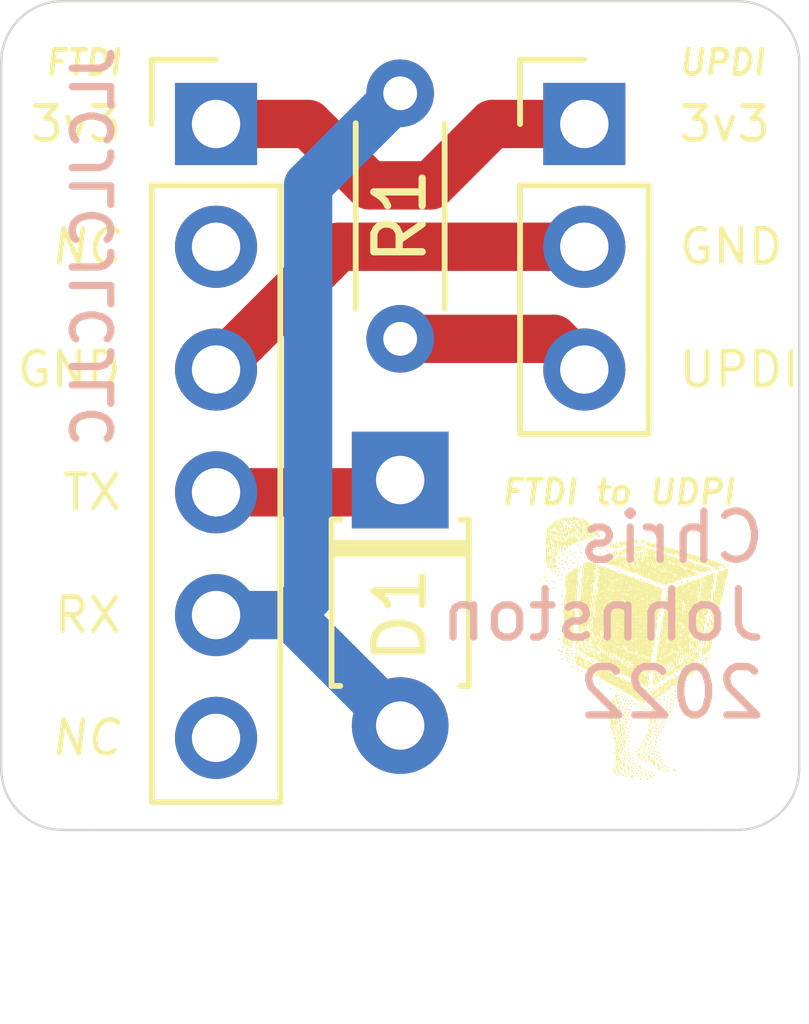
<source format=kicad_pcb>
(kicad_pcb (version 20171130) (host pcbnew 5.1.6-c6e7f7d~87~ubuntu19.10.1)
  (layers (0 F.Cu signal) (31 B.Cu signal) (34 B.Paste user) (35 F.Paste user) (36 B.SilkS user) (37 F.SilkS user) (38 B.Mask user) (39 F.Mask user) (44 Edge.Cuts user))
  (net 0 "")
  (net 1 ftdi_rx)
  (net 2 ftdi_tx)
  (net 3 ftdi_3v3)
  (net 4 ftdi_gnd)
  (net 5 "Net-(J2-Pad3)")
  (net 6 "Net-(J1-Pad6)")
  (net 7 "Net-(J1-Pad2)")
  (module ornament2022:leggy_santa (layer F.Cu) (at 48.26 37.465)
    (fp_text reference G*** hide)
    (fp_text value LOGO hide)
  )
  (module Diode_THT:D_T-1_P5.08mm_Horizontal (layer F.Cu) (at 43.18 34.036 270)
    (fp_text reference D1 (at 2.794 0 90) (layer F.SilkS))
    (fp_text value D)
    (pad 2 thru_hole oval (at 5.08 0 270) (size 2 2) (drill 1) (layers *.Cu *.Mask) (net 1 ftdi_rx))
    (pad 1 thru_hole rect (at 0 0 270) (size 2 2) (drill 1) (layers *.Cu *.Mask) (net 2 ftdi_tx))
  )
  (module Resistor_THT:R_Axial_DIN0204_L3.6mm_D1.6mm_P5.08mm_Horizontal (layer F.Cu) (at 43.18 31.115 90)
    (fp_text reference R1 (at 2.54 0 90) (layer F.SilkS))
    (fp_text value R)
    (pad 2 thru_hole oval (at 5.08 0 90) (size 1.4 1.4) (drill 0.7) (layers *.Cu *.Mask) (net 1 ftdi_rx))
    (pad 1 thru_hole circle (at 0 0 90) (size 1.4 1.4) (drill 0.7) (layers *.Cu *.Mask) (net 5 "Net-(J2-Pad3)"))
  )
  (module Connector_PinHeader_2.54mm:PinHeader_1x03_P2.54mm_Vertical (layer F.Cu) (at 46.99 26.67)
    (fp_text reference J2 hide)
    (fp_text value Conn_01x03)
    (pad 3 thru_hole oval (at 0 5.08) (size 1.7 1.7) (drill 1) (layers *.Cu *.Mask) (net 5 "Net-(J2-Pad3)"))
    (pad 2 thru_hole oval (at 0 2.54) (size 1.7 1.7) (drill 1) (layers *.Cu *.Mask) (net 4 ftdi_gnd))
    (pad 1 thru_hole rect (at 0 0) (size 1.7 1.7) (drill 1) (layers *.Cu *.Mask) (net 3 ftdi_3v3))
  )
  (module Connector_PinHeader_2.54mm:PinHeader_1x06_P2.54mm_Vertical (layer F.Cu) (at 39.37 26.67)
    (fp_text reference J1 hide)
    (fp_text value Conn_01x06)
    (pad 6 thru_hole oval (at 0 12.7) (size 1.7 1.7) (drill 1) (layers *.Cu *.Mask) (net 6 "Net-(J1-Pad6)"))
    (pad 5 thru_hole oval (at 0 10.16) (size 1.7 1.7) (drill 1) (layers *.Cu *.Mask) (net 1 ftdi_rx))
    (pad 4 thru_hole oval (at 0 7.62) (size 1.7 1.7) (drill 1) (layers *.Cu *.Mask) (net 2 ftdi_tx))
    (pad 3 thru_hole oval (at 0 5.08) (size 1.7 1.7) (drill 1) (layers *.Cu *.Mask) (net 4 ftdi_gnd))
    (pad 2 thru_hole oval (at 0 2.54) (size 1.7 1.7) (drill 1) (layers *.Cu *.Mask) (net 7 "Net-(J1-Pad2)"))
    (pad 1 thru_hole rect (at 0 0) (size 1.7 1.7) (drill 1) (layers *.Cu *.Mask) (net 3 ftdi_3v3))
  )
  (gr_text "FTDI to UDPI" (at 50.165 34.29) (layer F.SilkS) (effects (font (size 0.5 0.5) (thickness 0.1) italic) (justify right)))
  (gr_text "Chris\nJohnston\n2022" (at 50.8 36.83) (layer B.SilkS) (effects (font (size 1 1)) (justify left mirror)))
  (gr_text JLCJLCJLCJLC (at 36.83 29.21 90) (layer B.SilkS) (effects (font (size 0.8 0.8)) (justify mirror)))
  (gr_text UPDI (at 48.895 25.4) (layer F.SilkS) (effects (font (size 0.5 0.5) (thickness 0.1) italic) (justify left)))
  (gr_text FTDI (at 37.465 25.4) (layer F.SilkS) (effects (font (size 0.5 0.5) (thickness 0.1) italic) (justify right)))
  (gr_line (start 49.53 24.13) (end 50.165 24.13) (layer Edge.Cuts) (width 0.05))
  (gr_line (start 50.165 41.275) (end 49.53 41.275) (layer Edge.Cuts) (width 0.05))
  (gr_line (start 51.435 38.735) (end 51.435 40.005) (layer Edge.Cuts) (width 0.05))
  (gr_arc (start 50.165 40.005) (end 50.165 41.275) (angle -90) (layer Edge.Cuts) (width 0.05))
  (gr_line (start 51.435 25.4) (end 51.435 38.735) (layer Edge.Cuts) (width 0.05))
  (gr_arc (start 50.165 25.4) (end 51.435 25.4) (angle -90) (layer Edge.Cuts) (width 0.05))
  (gr_line (start 36.195 24.13) (end 36.83 24.13) (layer Edge.Cuts) (width 0.05))
  (gr_line (start 36.195 41.275) (end 36.83 41.275) (layer Edge.Cuts) (width 0.05))
  (gr_arc (start 36.195 40.005) (end 34.925 40.005) (angle -90) (layer Edge.Cuts) (width 0.05))
  (gr_line (start 34.925 39.37) (end 34.925 40.005) (layer Edge.Cuts) (width 0.05))
  (gr_line (start 34.925 25.4) (end 34.925 39.37) (layer Edge.Cuts) (width 0.05))
  (gr_arc (start 36.195 25.4) (end 36.195 24.13) (angle -90) (layer Edge.Cuts) (width 0.05))
  (gr_text NC (at 37.465 29.21) (layer F.SilkS) (effects (font (size 0.7 0.7) (thickness 0.1) italic) (justify right)))
  (gr_text NC (at 37.465 39.37) (layer F.SilkS) (effects (font (size 0.7 0.7) (thickness 0.1) italic) (justify right)))
  (gr_text TX (at 37.465 34.29) (layer F.SilkS) (effects (font (size 0.7 0.7) (thickness 0.1)) (justify right)))
  (gr_text RX (at 37.465 36.83) (layer F.SilkS) (effects (font (size 0.7 0.7) (thickness 0.1)) (justify right)))
  (gr_text GND (at 37.465 31.75) (layer F.SilkS) (effects (font (size 0.7 0.7) (thickness 0.1)) (justify right)))
  (gr_text 3v3 (at 37.465 26.67) (layer F.SilkS) (effects (font (size 0.7 0.7) (thickness 0.1)) (justify right)))
  (gr_text UPDI (at 48.895 31.75) (layer F.SilkS) (effects (font (size 0.7 0.7) (thickness 0.1)) (justify left)))
  (gr_text GND (at 48.895 29.21) (layer F.SilkS) (effects (font (size 0.7 0.7) (thickness 0.1)) (justify left)))
  (gr_text 3v3 (at 48.895 26.67) (layer F.SilkS) (effects (font (size 0.7 0.7) (thickness 0.1)) (justify left)))
  (gr_line (start 49.53 41.275) (end 36.83 41.275) (layer Edge.Cuts) (width 0.05))
  (gr_line (start 36.83 24.13) (end 37.465 24.13) (layer Edge.Cuts) (width 0.05))
  (gr_line (start 37.465 24.13) (end 49.53 24.13) (layer Edge.Cuts) (width 0.05))
  (segment (start 40.894 36.83) (end 43.18 39.116) (width 1) (layer B.Cu) (net 1))
  (segment (start 39.37 36.83) (end 40.894 36.83) (width 1) (layer B.Cu) (net 1))
  (segment (start 40.894 36.83) (end 41.275 36.449) (width 1) (layer B.Cu) (net 1))
  (segment (start 41.275 27.94) (end 43.18 26.035) (width 1) (layer B.Cu) (net 1))
  (segment (start 41.275 36.449) (end 41.275 27.94) (width 1) (layer B.Cu) (net 1))
  (segment (start 42.926 34.29) (end 43.18 34.036) (width 1) (layer F.Cu) (net 2))
  (segment (start 39.37 34.29) (end 42.926 34.29) (width 1) (layer F.Cu) (net 2))
  (segment (start 45.085 26.67) (end 46.99 26.67) (width 1) (layer F.Cu) (net 3))
  (segment (start 43.815 27.94) (end 45.085 26.67) (width 1) (layer F.Cu) (net 3))
  (segment (start 41.275 26.67) (end 42.545 27.94) (width 1) (layer F.Cu) (net 3))
  (segment (start 42.545 27.94) (end 43.815 27.94) (width 1) (layer F.Cu) (net 3))
  (segment (start 39.37 26.67) (end 41.275 26.67) (width 1) (layer F.Cu) (net 3))
  (segment (start 41.91 29.21) (end 46.99 29.21) (width 1) (layer F.Cu) (net 4))
  (segment (start 39.37 31.75) (end 41.91 29.21) (width 1) (layer F.Cu) (net 4))
  (segment (start 46.355 31.115) (end 46.99 31.75) (width 1) (layer F.Cu) (net 5))
  (segment (start 43.18 31.115) (end 46.355 31.115) (width 1) (layer F.Cu) (net 5))
)
</source>
